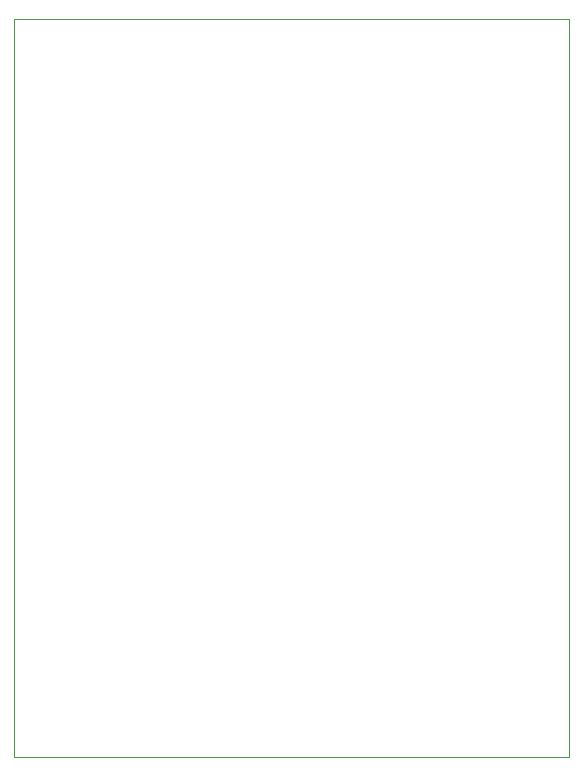
<source format=gbr>
%TF.GenerationSoftware,KiCad,Pcbnew,9.0.3*%
%TF.CreationDate,2025-12-08T06:42:03-06:00*%
%TF.ProjectId,roboboat bms v2,726f626f-626f-4617-9420-626d73207632,rev?*%
%TF.SameCoordinates,Original*%
%TF.FileFunction,Profile,NP*%
%FSLAX46Y46*%
G04 Gerber Fmt 4.6, Leading zero omitted, Abs format (unit mm)*
G04 Created by KiCad (PCBNEW 9.0.3) date 2025-12-08 06:42:03*
%MOMM*%
%LPD*%
G01*
G04 APERTURE LIST*
%TA.AperFunction,Profile*%
%ADD10C,0.050000*%
%TD*%
G04 APERTURE END LIST*
D10*
X49000000Y-109000000D02*
X96000000Y-109000000D01*
X96000000Y-171500000D01*
X49000000Y-171500000D01*
X49000000Y-109000000D01*
M02*

</source>
